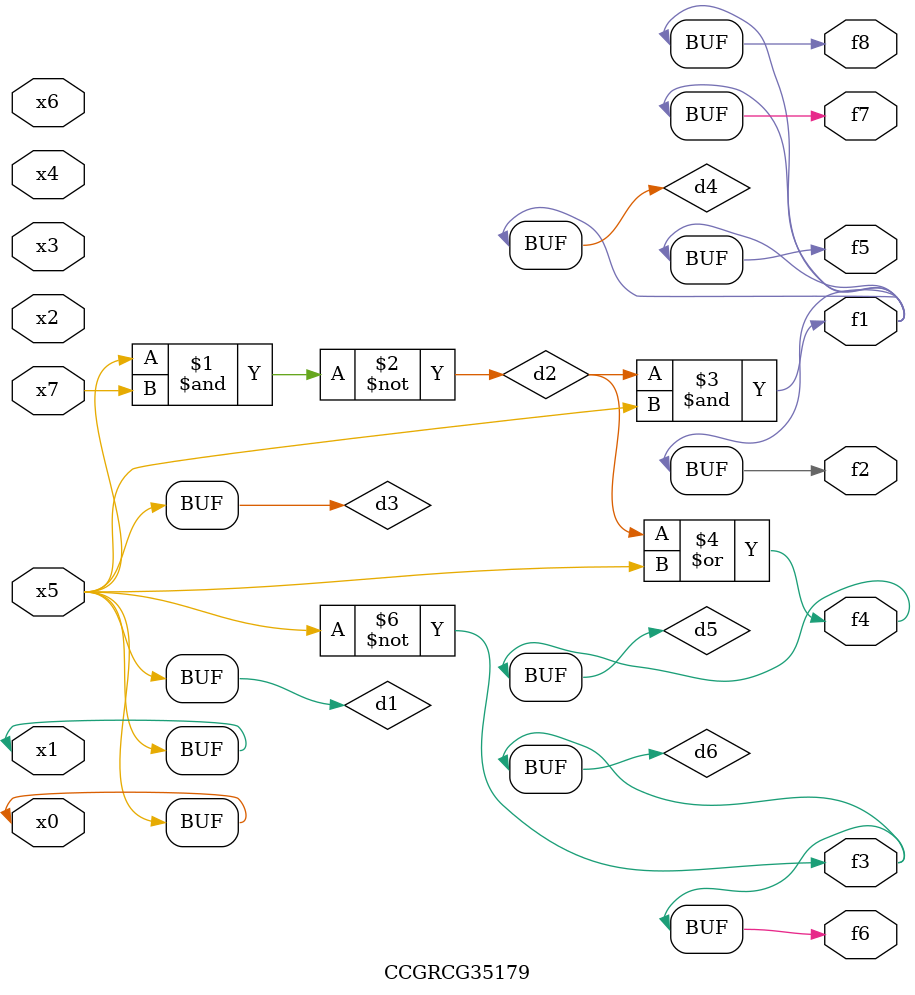
<source format=v>
module CCGRCG35179(
	input x0, x1, x2, x3, x4, x5, x6, x7,
	output f1, f2, f3, f4, f5, f6, f7, f8
);

	wire d1, d2, d3, d4, d5, d6;

	buf (d1, x0, x5);
	nand (d2, x5, x7);
	buf (d3, x0, x1);
	and (d4, d2, d3);
	or (d5, d2, d3);
	nor (d6, d1, d3);
	assign f1 = d4;
	assign f2 = d4;
	assign f3 = d6;
	assign f4 = d5;
	assign f5 = d4;
	assign f6 = d6;
	assign f7 = d4;
	assign f8 = d4;
endmodule

</source>
